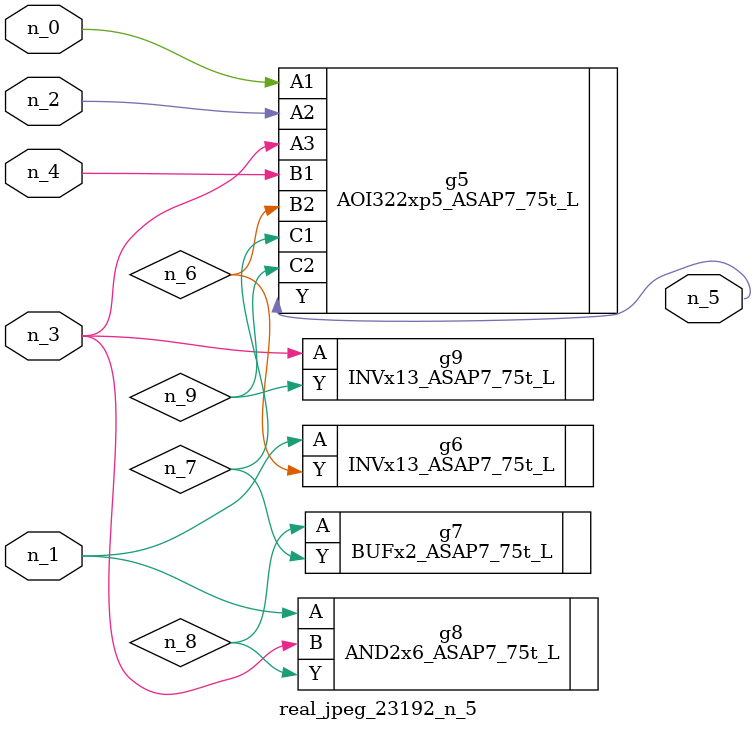
<source format=v>
module real_jpeg_23192_n_5 (n_4, n_0, n_1, n_2, n_3, n_5);

input n_4;
input n_0;
input n_1;
input n_2;
input n_3;

output n_5;

wire n_8;
wire n_6;
wire n_7;
wire n_9;

AOI322xp5_ASAP7_75t_L g5 ( 
.A1(n_0),
.A2(n_2),
.A3(n_3),
.B1(n_4),
.B2(n_6),
.C1(n_7),
.C2(n_9),
.Y(n_5)
);

INVx13_ASAP7_75t_L g6 ( 
.A(n_1),
.Y(n_6)
);

AND2x6_ASAP7_75t_L g8 ( 
.A(n_1),
.B(n_3),
.Y(n_8)
);

INVx13_ASAP7_75t_L g9 ( 
.A(n_3),
.Y(n_9)
);

BUFx2_ASAP7_75t_L g7 ( 
.A(n_8),
.Y(n_7)
);


endmodule
</source>
